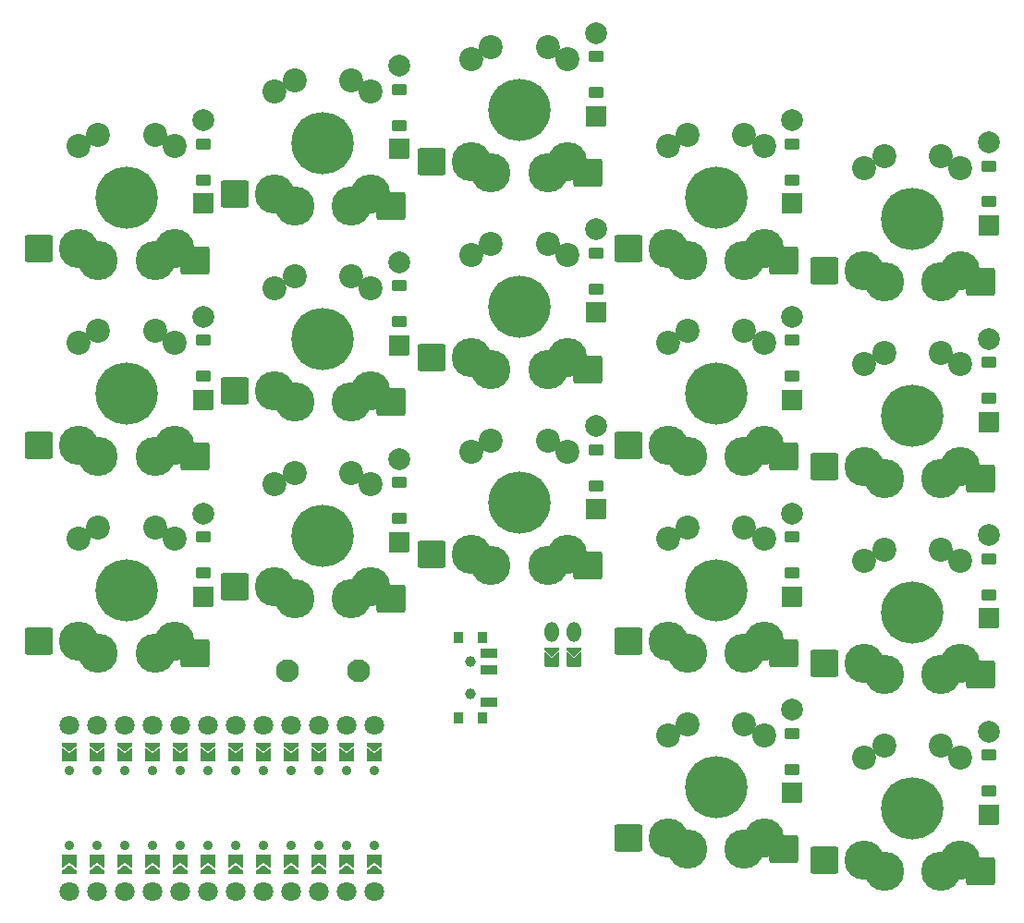
<source format=gbr>
%TF.GenerationSoftware,KiCad,Pcbnew,8.0.4*%
%TF.CreationDate,2024-08-16T17:58:36+08:00*%
%TF.ProjectId,board,626f6172-642e-46b6-9963-61645f706362,v1.0.0*%
%TF.SameCoordinates,Original*%
%TF.FileFunction,Soldermask,Bot*%
%TF.FilePolarity,Negative*%
%FSLAX46Y46*%
G04 Gerber Fmt 4.6, Leading zero omitted, Abs format (unit mm)*
G04 Created by KiCad (PCBNEW 8.0.4) date 2024-08-16 17:58:36*
%MOMM*%
%LPD*%
G01*
G04 APERTURE LIST*
G04 Aperture macros list*
%AMRoundRect*
0 Rectangle with rounded corners*
0 $1 Rounding radius*
0 $2 $3 $4 $5 $6 $7 $8 $9 X,Y pos of 4 corners*
0 Add a 4 corners polygon primitive as box body*
4,1,4,$2,$3,$4,$5,$6,$7,$8,$9,$2,$3,0*
0 Add four circle primitives for the rounded corners*
1,1,$1+$1,$2,$3*
1,1,$1+$1,$4,$5*
1,1,$1+$1,$6,$7*
1,1,$1+$1,$8,$9*
0 Add four rect primitives between the rounded corners*
20,1,$1+$1,$2,$3,$4,$5,0*
20,1,$1+$1,$4,$5,$6,$7,0*
20,1,$1+$1,$6,$7,$8,$9,0*
20,1,$1+$1,$8,$9,$2,$3,0*%
%AMFreePoly0*
4,1,16,-0.214645,0.660355,-0.210957,0.656235,0.289043,0.031235,0.299694,-0.005522,0.289043,-0.031235,-0.210957,-0.656235,-0.244478,-0.674694,-0.250000,-0.675000,-0.500000,-0.675000,-0.535355,-0.660355,-0.550000,-0.625000,-0.550000,0.625000,-0.535355,0.660355,-0.500000,0.675000,-0.250000,0.675000,-0.214645,0.660355,-0.214645,0.660355,$1*%
%AMFreePoly1*
4,1,16,0.535355,0.660355,0.550000,0.625000,0.550000,-0.625000,0.535355,-0.660355,0.500000,-0.675000,-0.650000,-0.675000,-0.685355,-0.660355,-0.700000,-0.625000,-0.689043,-0.593765,-0.214031,0.000000,-0.689043,0.593765,-0.699694,0.630522,-0.681235,0.664043,-0.650000,0.675000,0.500000,0.675000,0.535355,0.660355,0.535355,0.660355,$1*%
%AMFreePoly2*
4,1,16,0.635355,0.285355,0.650000,0.250000,0.650000,-1.000000,0.635355,-1.035355,0.600000,-1.050000,0.564645,-1.035355,0.000000,-0.470710,-0.564645,-1.035355,-0.600000,-1.050000,-0.635355,-1.035355,-0.650000,-1.000000,-0.650000,0.250000,-0.635355,0.285355,-0.600000,0.300000,0.600000,0.300000,0.635355,0.285355,0.635355,0.285355,$1*%
%AMFreePoly3*
4,1,14,0.035355,0.435355,0.635355,-0.164645,0.650000,-0.200000,0.650000,-0.400000,0.635355,-0.435355,0.600000,-0.450000,-0.600000,-0.450000,-0.635355,-0.435355,-0.650000,-0.400000,-0.650000,-0.200000,-0.635355,-0.164645,-0.035355,0.435355,0.000000,0.450000,0.035355,0.435355,0.035355,0.435355,$1*%
G04 Aperture macros list end*
%ADD10RoundRect,0.050000X0.400000X-0.500000X0.400000X0.500000X-0.400000X0.500000X-0.400000X-0.500000X0*%
%ADD11C,1.000000*%
%ADD12RoundRect,0.050000X0.750000X-0.350000X0.750000X0.350000X-0.750000X0.350000X-0.750000X-0.350000X0*%
%ADD13C,2.100000*%
%ADD14FreePoly0,270.000000*%
%ADD15C,1.800000*%
%ADD16FreePoly0,90.000000*%
%ADD17FreePoly1,90.000000*%
%ADD18C,0.900000*%
%ADD19FreePoly1,270.000000*%
%ADD20FreePoly2,180.000000*%
%ADD21O,1.300000X1.850000*%
%ADD22FreePoly3,180.000000*%
%ADD23RoundRect,0.050000X0.889000X-0.889000X0.889000X0.889000X-0.889000X0.889000X-0.889000X-0.889000X0*%
%ADD24RoundRect,0.050000X0.600000X-0.450000X0.600000X0.450000X-0.600000X0.450000X-0.600000X-0.450000X0*%
%ADD25C,2.005000*%
%ADD26RoundRect,0.250000X-1.050000X-1.000000X1.050000X-1.000000X1.050000X1.000000X-1.050000X1.000000X0*%
%ADD27C,3.600000*%
%ADD28C,5.700000*%
%ADD29C,2.200000*%
%ADD30RoundRect,0.260000X-1.090000X-1.040000X1.090000X-1.040000X1.090000X1.040000X-1.090000X1.040000X0*%
G04 APERTURE END LIST*
D10*
%TO.C,PWR1*%
X207585000Y-168650000D03*
X207585000Y-161350000D03*
D11*
X206475000Y-166500000D03*
X206475000Y-163500000D03*
D10*
X205375000Y-168650000D03*
X205375000Y-161350000D03*
D12*
X208235000Y-167250000D03*
X208235000Y-164250000D03*
X208235000Y-162750000D03*
%TD*%
D13*
%TO.C,RST1*%
X196250000Y-164350000D03*
X189750000Y-164350000D03*
%TD*%
D14*
%TO.C,MCU1*%
X169800000Y-171450000D03*
D15*
X169800000Y-169330000D03*
D14*
X172340000Y-171450000D03*
D15*
X172340000Y-169330000D03*
D14*
X174880000Y-171450000D03*
D15*
X174880000Y-169330000D03*
D14*
X177420000Y-171450000D03*
D15*
X177420000Y-169330000D03*
D14*
X179960000Y-171450000D03*
D15*
X179960000Y-169330000D03*
D14*
X182500000Y-171450000D03*
D15*
X182500000Y-169330000D03*
D14*
X185040000Y-171450000D03*
D15*
X185040000Y-169330000D03*
D14*
X187580000Y-171450000D03*
D15*
X187580000Y-169330000D03*
D14*
X190120000Y-171450000D03*
D15*
X190120000Y-169330000D03*
D14*
X192660000Y-171450000D03*
D15*
X192660000Y-169330000D03*
D14*
X195200000Y-171450000D03*
D15*
X195200000Y-169330000D03*
D14*
X197740000Y-171450000D03*
D15*
X197740000Y-169330000D03*
X197740000Y-184570000D03*
D16*
X197740000Y-182450000D03*
D15*
X195200000Y-184570000D03*
D16*
X195200000Y-182450000D03*
D15*
X192660000Y-184570000D03*
D16*
X192660000Y-182450000D03*
D15*
X190120000Y-184570000D03*
D16*
X190120000Y-182450000D03*
D15*
X187580000Y-184570000D03*
D16*
X187580000Y-182450000D03*
D15*
X185040000Y-184570000D03*
D16*
X185040000Y-182450000D03*
D15*
X182500000Y-184570000D03*
D16*
X182500000Y-182450000D03*
D15*
X179960000Y-184570000D03*
D16*
X179960000Y-182450000D03*
D15*
X177420000Y-184570000D03*
D16*
X177420000Y-182450000D03*
D15*
X174880000Y-184570000D03*
D16*
X174880000Y-182450000D03*
D15*
X172340000Y-184570000D03*
D16*
X172340000Y-182450000D03*
D15*
X169800000Y-184570000D03*
D16*
X169800000Y-182450000D03*
D17*
X169800000Y-181725000D03*
D18*
X169800000Y-173550000D03*
D17*
X172340000Y-181725000D03*
D18*
X172340000Y-173550000D03*
D17*
X174880000Y-181725000D03*
D18*
X174880000Y-173550000D03*
D17*
X177420000Y-181725000D03*
D18*
X177420000Y-173550000D03*
D17*
X179960000Y-181725000D03*
D18*
X179960000Y-173550000D03*
D17*
X182500000Y-181725000D03*
D18*
X182500000Y-173550000D03*
D17*
X185040000Y-181725000D03*
D18*
X185040000Y-173550000D03*
D17*
X187580000Y-181725000D03*
D18*
X187580000Y-173550000D03*
D17*
X190120000Y-181725000D03*
D18*
X190120000Y-173550000D03*
D17*
X192660000Y-181725000D03*
D18*
X192660000Y-173550000D03*
D17*
X195200000Y-181725000D03*
D18*
X195200000Y-173550000D03*
D17*
X197740000Y-181725000D03*
D18*
X197740000Y-173550000D03*
X197740000Y-180350000D03*
D19*
X197740000Y-172175000D03*
D18*
X195200000Y-180350000D03*
D19*
X195200000Y-172175000D03*
D18*
X192660000Y-180350000D03*
D19*
X192660000Y-172175000D03*
D18*
X190120000Y-180350000D03*
D19*
X190120000Y-172175000D03*
D18*
X187580000Y-180350000D03*
D19*
X187580000Y-172175000D03*
D18*
X185040000Y-180350000D03*
D19*
X185040000Y-172175000D03*
D18*
X182500000Y-180350000D03*
D19*
X182500000Y-172175000D03*
D18*
X179960000Y-180350000D03*
D19*
X179960000Y-172175000D03*
D18*
X177420000Y-180350000D03*
D19*
X177420000Y-172175000D03*
D18*
X174880000Y-180350000D03*
D19*
X174880000Y-172175000D03*
D18*
X172340000Y-180350000D03*
D19*
X172340000Y-172175000D03*
D18*
X169800000Y-180350000D03*
D19*
X169800000Y-172175000D03*
%TD*%
D20*
%TO.C,JST1*%
X216000000Y-163666000D03*
X214000000Y-163666000D03*
D21*
X214000000Y-160850000D03*
X216000000Y-160850000D03*
D22*
X214000000Y-162650000D03*
X216000000Y-162650000D03*
%TD*%
D23*
%TO.C,D8*%
X218000000Y-131560000D03*
D24*
X218000000Y-129400000D03*
X218000000Y-126100000D03*
D25*
X218000000Y-123940000D03*
%TD*%
D23*
%TO.C,D13*%
X236000000Y-121560000D03*
D24*
X236000000Y-119400000D03*
X236000000Y-116100000D03*
D25*
X236000000Y-113940000D03*
%TD*%
D26*
%TO.C,S12*%
X220950000Y-143700000D03*
D27*
X226400000Y-144750000D03*
D28*
X229000000Y-139000000D03*
D27*
X231600000Y-144750000D03*
D29*
X224600000Y-134300000D03*
D27*
X224600000Y-143700000D03*
D29*
X226400000Y-133250000D03*
X231600000Y-133250000D03*
X233400000Y-134300000D03*
D27*
X233400000Y-143700000D03*
D30*
X235250000Y-144750000D03*
%TD*%
D26*
%TO.C,S14*%
X238950000Y-181700000D03*
D27*
X244400000Y-182750000D03*
D28*
X247000000Y-177000000D03*
D27*
X249600000Y-182750000D03*
D29*
X242600000Y-172300000D03*
D27*
X242600000Y-181700000D03*
D29*
X244400000Y-171250000D03*
X249600000Y-171250000D03*
X251400000Y-172300000D03*
D27*
X251400000Y-181700000D03*
D30*
X253250000Y-182750000D03*
%TD*%
D26*
%TO.C,S15*%
X238950000Y-163700000D03*
D27*
X244400000Y-164750000D03*
D28*
X247000000Y-159000000D03*
D27*
X249600000Y-164750000D03*
D29*
X242600000Y-154300000D03*
D27*
X242600000Y-163700000D03*
D29*
X244400000Y-153250000D03*
X249600000Y-153250000D03*
X251400000Y-154300000D03*
D27*
X251400000Y-163700000D03*
D30*
X253250000Y-164750000D03*
%TD*%
D23*
%TO.C,D16*%
X254000000Y-141560000D03*
D24*
X254000000Y-139400000D03*
X254000000Y-136100000D03*
D25*
X254000000Y-133940000D03*
%TD*%
D26*
%TO.C,S8*%
X202950000Y-135700000D03*
D27*
X208400000Y-136750000D03*
D28*
X211000000Y-131000000D03*
D27*
X213600000Y-136750000D03*
D29*
X206600000Y-126300000D03*
D27*
X206600000Y-135700000D03*
D29*
X208400000Y-125250000D03*
X213600000Y-125250000D03*
X215400000Y-126300000D03*
D27*
X215400000Y-135700000D03*
D30*
X217250000Y-136750000D03*
%TD*%
D26*
%TO.C,S17*%
X238950000Y-127700000D03*
D27*
X244400000Y-128750000D03*
D28*
X247000000Y-123000000D03*
D27*
X249600000Y-128750000D03*
D29*
X242600000Y-118300000D03*
D27*
X242600000Y-127700000D03*
D29*
X244400000Y-117250000D03*
X249600000Y-117250000D03*
X251400000Y-118300000D03*
D27*
X251400000Y-127700000D03*
D30*
X253250000Y-128750000D03*
%TD*%
D23*
%TO.C,D11*%
X236000000Y-157560000D03*
D24*
X236000000Y-155400000D03*
X236000000Y-152100000D03*
D25*
X236000000Y-149940000D03*
%TD*%
D26*
%TO.C,S5*%
X184950000Y-138700000D03*
D27*
X190400000Y-139750000D03*
D28*
X193000000Y-134000000D03*
D27*
X195600000Y-139750000D03*
D29*
X188600000Y-129300000D03*
D27*
X188600000Y-138700000D03*
D29*
X190400000Y-128250000D03*
X195600000Y-128250000D03*
X197400000Y-129300000D03*
D27*
X197400000Y-138700000D03*
D30*
X199250000Y-139750000D03*
%TD*%
D26*
%TO.C,S9*%
X202950000Y-117700000D03*
D27*
X208400000Y-118750000D03*
D28*
X211000000Y-113000000D03*
D27*
X213600000Y-118750000D03*
D29*
X206600000Y-108300000D03*
D27*
X206600000Y-117700000D03*
D29*
X208400000Y-107250000D03*
X213600000Y-107250000D03*
X215400000Y-108300000D03*
D27*
X215400000Y-117700000D03*
D30*
X217250000Y-118750000D03*
%TD*%
D23*
%TO.C,D12*%
X236000000Y-139560000D03*
D24*
X236000000Y-137400000D03*
X236000000Y-134100000D03*
D25*
X236000000Y-131940000D03*
%TD*%
D23*
%TO.C,D2*%
X182000000Y-139560000D03*
D24*
X182000000Y-137400000D03*
X182000000Y-134100000D03*
D25*
X182000000Y-131940000D03*
%TD*%
D23*
%TO.C,D7*%
X218000000Y-149560000D03*
D24*
X218000000Y-147400000D03*
X218000000Y-144100000D03*
D25*
X218000000Y-141940000D03*
%TD*%
D26*
%TO.C,S3*%
X166950000Y-125700000D03*
D27*
X172400000Y-126750000D03*
D28*
X175000000Y-121000000D03*
D27*
X177600000Y-126750000D03*
D29*
X170600000Y-116300000D03*
D27*
X170600000Y-125700000D03*
D29*
X172400000Y-115250000D03*
X177600000Y-115250000D03*
X179400000Y-116300000D03*
D27*
X179400000Y-125700000D03*
D30*
X181250000Y-126750000D03*
%TD*%
D23*
%TO.C,D17*%
X254000000Y-123560000D03*
D24*
X254000000Y-121400000D03*
X254000000Y-118100000D03*
D25*
X254000000Y-115940000D03*
%TD*%
D23*
%TO.C,D4*%
X200000000Y-152560000D03*
D24*
X200000000Y-150400000D03*
X200000000Y-147100000D03*
D25*
X200000000Y-144940000D03*
%TD*%
D23*
%TO.C,D1*%
X182000000Y-157560000D03*
D24*
X182000000Y-155400000D03*
X182000000Y-152100000D03*
D25*
X182000000Y-149940000D03*
%TD*%
D23*
%TO.C,D9*%
X218000000Y-113560000D03*
D24*
X218000000Y-111400000D03*
X218000000Y-108100000D03*
D25*
X218000000Y-105940000D03*
%TD*%
D26*
%TO.C,S2*%
X166950000Y-143700000D03*
D27*
X172400000Y-144750000D03*
D28*
X175000000Y-139000000D03*
D27*
X177600000Y-144750000D03*
D29*
X170600000Y-134300000D03*
D27*
X170600000Y-143700000D03*
D29*
X172400000Y-133250000D03*
X177600000Y-133250000D03*
X179400000Y-134300000D03*
D27*
X179400000Y-143700000D03*
D30*
X181250000Y-144750000D03*
%TD*%
D23*
%TO.C,D3*%
X182000000Y-121560000D03*
D24*
X182000000Y-119400000D03*
X182000000Y-116100000D03*
D25*
X182000000Y-113940000D03*
%TD*%
D23*
%TO.C,D6*%
X200000000Y-116560000D03*
D24*
X200000000Y-114400000D03*
X200000000Y-111100000D03*
D25*
X200000000Y-108940000D03*
%TD*%
D26*
%TO.C,S13*%
X220950000Y-125700000D03*
D27*
X226400000Y-126750000D03*
D28*
X229000000Y-121000000D03*
D27*
X231600000Y-126750000D03*
D29*
X224600000Y-116300000D03*
D27*
X224600000Y-125700000D03*
D29*
X226400000Y-115250000D03*
X231600000Y-115250000D03*
X233400000Y-116300000D03*
D27*
X233400000Y-125700000D03*
D30*
X235250000Y-126750000D03*
%TD*%
D23*
%TO.C,D10*%
X236000000Y-175560000D03*
D24*
X236000000Y-173400000D03*
X236000000Y-170100000D03*
D25*
X236000000Y-167940000D03*
%TD*%
D26*
%TO.C,S10*%
X220950000Y-179700000D03*
D27*
X226400000Y-180750000D03*
D28*
X229000000Y-175000000D03*
D27*
X231600000Y-180750000D03*
D29*
X224600000Y-170300000D03*
D27*
X224600000Y-179700000D03*
D29*
X226400000Y-169250000D03*
X231600000Y-169250000D03*
X233400000Y-170300000D03*
D27*
X233400000Y-179700000D03*
D30*
X235250000Y-180750000D03*
%TD*%
D26*
%TO.C,S11*%
X220950000Y-161700000D03*
D27*
X226400000Y-162750000D03*
D28*
X229000000Y-157000000D03*
D27*
X231600000Y-162750000D03*
D29*
X224600000Y-152300000D03*
D27*
X224600000Y-161700000D03*
D29*
X226400000Y-151250000D03*
X231600000Y-151250000D03*
X233400000Y-152300000D03*
D27*
X233400000Y-161700000D03*
D30*
X235250000Y-162750000D03*
%TD*%
D26*
%TO.C,S16*%
X238950000Y-145700000D03*
D27*
X244400000Y-146750000D03*
D28*
X247000000Y-141000000D03*
D27*
X249600000Y-146750000D03*
D29*
X242600000Y-136300000D03*
D27*
X242600000Y-145700000D03*
D29*
X244400000Y-135250000D03*
X249600000Y-135250000D03*
X251400000Y-136300000D03*
D27*
X251400000Y-145700000D03*
D30*
X253250000Y-146750000D03*
%TD*%
D26*
%TO.C,S4*%
X184950000Y-156700000D03*
D27*
X190400000Y-157750000D03*
D28*
X193000000Y-152000000D03*
D27*
X195600000Y-157750000D03*
D29*
X188600000Y-147300000D03*
D27*
X188600000Y-156700000D03*
D29*
X190400000Y-146250000D03*
X195600000Y-146250000D03*
X197400000Y-147300000D03*
D27*
X197400000Y-156700000D03*
D30*
X199250000Y-157750000D03*
%TD*%
D23*
%TO.C,D14*%
X254000000Y-177560000D03*
D24*
X254000000Y-175400000D03*
X254000000Y-172100000D03*
D25*
X254000000Y-169940000D03*
%TD*%
D26*
%TO.C,S7*%
X202950000Y-153700000D03*
D27*
X208400000Y-154750000D03*
D28*
X211000000Y-149000000D03*
D27*
X213600000Y-154750000D03*
D29*
X206600000Y-144300000D03*
D27*
X206600000Y-153700000D03*
D29*
X208400000Y-143250000D03*
X213600000Y-143250000D03*
X215400000Y-144300000D03*
D27*
X215400000Y-153700000D03*
D30*
X217250000Y-154750000D03*
%TD*%
D23*
%TO.C,D15*%
X254000000Y-159560000D03*
D24*
X254000000Y-157400000D03*
X254000000Y-154100000D03*
D25*
X254000000Y-151940000D03*
%TD*%
D26*
%TO.C,S6*%
X184950000Y-120700000D03*
D27*
X190400000Y-121750000D03*
D28*
X193000000Y-116000000D03*
D27*
X195600000Y-121750000D03*
D29*
X188600000Y-111300000D03*
D27*
X188600000Y-120700000D03*
D29*
X190400000Y-110250000D03*
X195600000Y-110250000D03*
X197400000Y-111300000D03*
D27*
X197400000Y-120700000D03*
D30*
X199250000Y-121750000D03*
%TD*%
D23*
%TO.C,D5*%
X200000000Y-134560000D03*
D24*
X200000000Y-132400000D03*
X200000000Y-129100000D03*
D25*
X200000000Y-126940000D03*
%TD*%
D26*
%TO.C,S1*%
X166950000Y-161700000D03*
D27*
X172400000Y-162750000D03*
D28*
X175000000Y-157000000D03*
D27*
X177600000Y-162750000D03*
D29*
X170600000Y-152300000D03*
D27*
X170600000Y-161700000D03*
D29*
X172400000Y-151250000D03*
X177600000Y-151250000D03*
X179400000Y-152300000D03*
D27*
X179400000Y-161700000D03*
D30*
X181250000Y-162750000D03*
%TD*%
M02*

</source>
